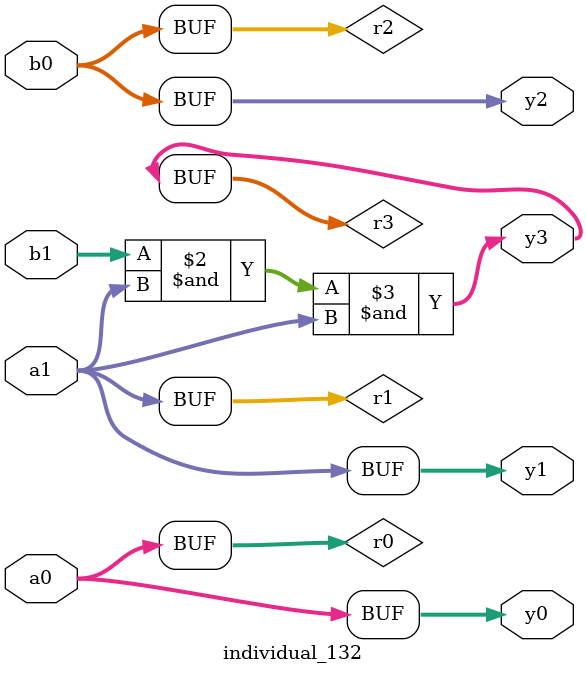
<source format=sv>
module individual_132(input logic [15:0] a1, input logic [15:0] a0, input logic [15:0] b1, input logic [15:0] b0, output logic [15:0] y3, output logic [15:0] y2, output logic [15:0] y1, output logic [15:0] y0);
logic [15:0] r0, r1, r2, r3; 
 always@(*) begin 
	 r0 = a0; r1 = a1; r2 = b0; r3 = b1; 
 	 r3  &=  r1 ;
 	 r3  &=  a1 ;
 	 y3 = r3; y2 = r2; y1 = r1; y0 = r0; 
end
endmodule
</source>
